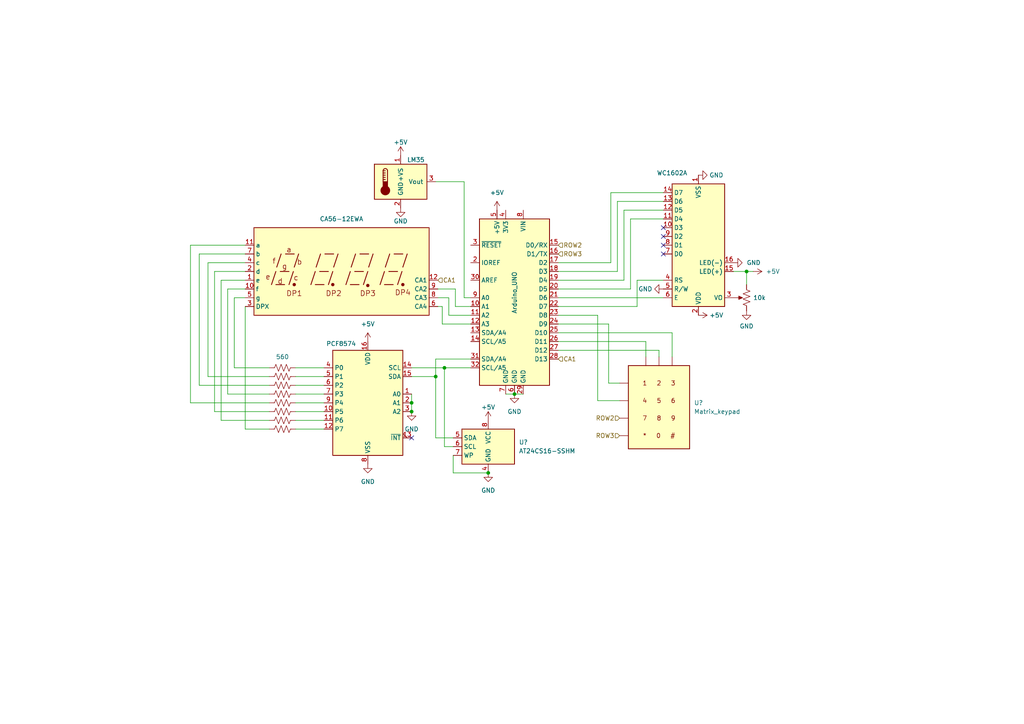
<source format=kicad_sch>
(kicad_sch (version 20211123) (generator eeschema)
  (paper "A4")
  (lib_symbols
    (symbol "+5V_1" (power) (pin_names (offset 0))
      (property "Value" "+5V_1" (at 0 3.556 0))
      (symbol "+5V_1_0_1"
        (polyline (pts (xy -0.762 1.27) (xy 0 2.54)))
        (polyline (pts (xy 0 0) (xy 0 2.54)))
        (polyline (pts (xy 0 2.54) (xy 0.762 1.27)))
      )
      (symbol "+5V_1_1_1"
        (pin power_in line (at 0 0 90) (length 0) hide (name "+5V") (number "1"))
      )
    )
    (symbol "Device:R_Potentiometer_US" (pin_numbers hide) (pin_names (offset 1.016) hide)
      (property "Reference" "RV" (at -4.445 0 90))
      (property "Value" "R_Potentiometer_US" (at -2.54 0 90))
      (symbol "R_Potentiometer_US_0_1"
        (polyline (pts (xy 0 -2.286) (xy 0 -2.54)))
        (polyline (pts (xy 0 2.54) (xy 0 2.286)))
        (polyline (pts (xy 2.54 0) (xy 1.524 0)))
        (polyline (pts (xy 1.143 0) (xy 2.286 0.508) (xy 2.286 -0.508) (xy 1.143 0)) (fill (type outline)))
        (polyline (pts (xy 0 -0.762) (xy 1.016 -1.143) (xy 0 -1.524) (xy -1.016 -1.905) (xy 0 -2.286)))
        (polyline (pts (xy 0 0.762) (xy 1.016 0.381) (xy 0 0) (xy -1.016 -0.381) (xy 0 -0.762)))
        (polyline (pts (xy 0 2.286) (xy 1.016 1.905) (xy 0 1.524) (xy -1.016 1.143) (xy 0 0.762)))
      )
      (symbol "R_Potentiometer_US_1_1"
        (pin passive line (at 0 3.81 270) (length 1.27) (name "1") (number "1"))
        (pin passive line (at 3.81 0 180) (length 1.27) (name "2") (number "2"))
        (pin passive line (at 0 -3.81 90) (length 1.27) (name "3") (number "3"))
      )
    )
    (symbol "Device:R_US" (pin_numbers hide) (pin_names (offset 0))
      (property "Reference" "R" (at 2.54 0 90))
      (property "Value" "R_US" (at -2.54 0 90))
      (symbol "R_US_0_1"
        (polyline (pts (xy 0 -2.286) (xy 0 -2.54)))
        (polyline (pts (xy 0 2.286) (xy 0 2.54)))
        (polyline (pts (xy 0 -0.762) (xy 1.016 -1.143) (xy 0 -1.524) (xy -1.016 -1.905) (xy 0 -2.286)))
        (polyline (pts (xy 0 0.762) (xy 1.016 0.381) (xy 0 0) (xy -1.016 -0.381) (xy 0 -0.762)))
        (polyline (pts (xy 0 2.286) (xy 1.016 1.905) (xy 0 1.524) (xy -1.016 1.143) (xy 0 0.762)))
      )
      (symbol "R_US_1_1"
        (pin passive line (at 0 3.81 270) (length 1.27) (name "~") (number "1"))
        (pin passive line (at 0 -3.81 90) (length 1.27) (name "~") (number "2"))
      )
    )
    (symbol "Display_Character:CA56-12EWA"
      (property "Reference" "U" (at -24.13 13.97 0))
      (property "Value" "CA56-12EWA" (at 19.05 13.97 0))
      (symbol "CA56-12EWA_0_0"
        (rectangle (start -25.4 12.7) (end 25.4 -12.7) (stroke (width 0.254)) (fill (type background)))
        (polyline (pts (xy -20.32 -3.81) (xy -19.05 0)) (stroke (width 0.254)))
        (polyline (pts (xy -19.05 -3.81) (xy -16.51 -3.81)) (stroke (width 0.254)))
        (polyline (pts (xy -18.796 1.27) (xy -17.526 5.08)) (stroke (width 0.254)))
        (polyline (pts (xy -17.78 0) (xy -15.24 0)) (stroke (width 0.254)))
        (polyline (pts (xy -16.256 5.08) (xy -13.716 5.08)) (stroke (width 0.254)))
        (polyline (pts (xy -15.24 -3.81) (xy -13.97 0)) (stroke (width 0.254)))
        (polyline (pts (xy -13.716 1.27) (xy -12.446 5.08)) (stroke (width 0.254)))
        (polyline (pts (xy -8.89 -3.81) (xy -7.62 0)) (stroke (width 0.254)))
        (polyline (pts (xy -7.62 -3.81) (xy -5.08 -3.81)) (stroke (width 0.254)))
        (polyline (pts (xy -7.366 1.27) (xy -6.096 5.08)) (stroke (width 0.254)))
        (polyline (pts (xy -6.35 0) (xy -3.81 0)) (stroke (width 0.254)))
        (polyline (pts (xy -4.826 5.08) (xy -2.286 5.08)) (stroke (width 0.254)))
        (polyline (pts (xy -3.81 -3.81) (xy -2.54 0)) (stroke (width 0.254)))
        (polyline (pts (xy -2.286 1.27) (xy -1.016 5.08)) (stroke (width 0.254)))
        (polyline (pts (xy 1.27 -3.81) (xy 2.54 0)) (stroke (width 0.254)))
        (polyline (pts (xy 2.54 -3.81) (xy 5.08 -3.81)) (stroke (width 0.254)))
        (polyline (pts (xy 2.794 1.27) (xy 4.064 5.08)) (stroke (width 0.254)))
        (polyline (pts (xy 3.81 0) (xy 6.35 0)) (stroke (width 0.254)))
        (polyline (pts (xy 5.334 5.08) (xy 7.874 5.08)) (stroke (width 0.254)))
        (polyline (pts (xy 6.35 -3.81) (xy 7.62 0)) (stroke (width 0.254)))
        (polyline (pts (xy 7.874 1.27) (xy 9.144 5.08)) (stroke (width 0.254)))
        (polyline (pts (xy 11.176 -3.81) (xy 12.446 0)) (stroke (width 0.254)))
        (polyline (pts (xy 12.446 -3.81) (xy 14.986 -3.81)) (stroke (width 0.254)))
        (polyline (pts (xy 12.7 1.27) (xy 13.97 5.08)) (stroke (width 0.254)))
        (polyline (pts (xy 13.716 0) (xy 16.256 0)) (stroke (width 0.254)))
        (polyline (pts (xy 15.24 5.08) (xy 17.78 5.08)) (stroke (width 0.254)))
        (polyline (pts (xy 16.256 -3.81) (xy 17.526 0)) (stroke (width 0.254)))
        (polyline (pts (xy 17.78 1.27) (xy 19.05 5.08)) (stroke (width 0.254)))
        (text "a" (at -15.24 6.35 0) (effects (font (size 1.524 1.524))))
        (text "b" (at -12.192 2.794 0) (effects (font (size 1.524 1.524))))
        (text "c" (at -13.208 -1.778 0) (effects (font (size 1.524 1.524))))
        (text "d" (at -17.78 -2.794 0) (effects (font (size 1.524 1.524))))
        (text "DP1" (at -13.716 -6.35 0) (effects (font (size 1.524 1.524))))
        (text "DP2" (at -2.286 -6.35 0) (effects (font (size 1.524 1.524))))
        (text "DP3" (at 7.62 -6.35 0) (effects (font (size 1.524 1.524))))
        (text "DP4" (at 17.78 -6.096 0) (effects (font (size 1.524 1.524))))
        (text "e" (at -21.336 -1.524 0) (effects (font (size 1.524 1.524))))
        (text "f" (at -19.558 3.048 0) (effects (font (size 1.524 1.524))))
        (text "g" (at -16.51 1.524 0) (effects (font (size 1.524 1.524))))
      )
      (symbol "CA56-12EWA_0_1"
        (circle (center -13.716 -3.81) (radius 0.3556) (stroke (width 0.254)) (fill (type outline)))
        (circle (center -2.54 -3.81) (radius 0.3556) (stroke (width 0.254)) (fill (type outline)))
      )
      (symbol "CA56-12EWA_1_0"
        (circle (center 7.62 -4.064) (radius 0.3556) (stroke (width 0.254)) (fill (type outline)))
        (circle (center 17.78 -3.81) (radius 0.3556) (stroke (width 0.254)) (fill (type outline)))
      )
      (symbol "CA56-12EWA_1_1"
        (pin input line (at -27.94 -2.54 0) (length 2.54) (name "e") (number "1"))
        (pin input line (at -27.94 -5.08 0) (length 2.54) (name "f") (number "10"))
        (pin input line (at -27.94 7.62 0) (length 2.54) (name "a") (number "11"))
        (pin input line (at 27.94 -2.54 180) (length 2.54) (name "CA1") (number "12"))
        (pin input line (at -27.94 0 0) (length 2.54) (name "d") (number "2"))
        (pin input line (at -27.94 -10.16 0) (length 2.54) (name "DPX") (number "3"))
        (pin input line (at -27.94 2.54 0) (length 2.54) (name "c") (number "4"))
        (pin input line (at -27.94 -7.62 0) (length 2.54) (name "g") (number "5"))
        (pin input line (at 27.94 -10.16 180) (length 2.54) (name "CA4") (number "6"))
        (pin input line (at -27.94 5.08 0) (length 2.54) (name "b") (number "7"))
        (pin input line (at 27.94 -7.62 180) (length 2.54) (name "CA3") (number "8"))
        (pin input line (at 27.94 -5.08 180) (length 2.54) (name "CA2") (number "9"))
      )
    )
    (symbol "Display_Character:WC1602A"
      (property "Reference" "DS" (at -5.842 19.05 0))
      (property "Value" "WC1602A" (at 5.334 19.05 0))
      (symbol "WC1602A_1_1"
        (rectangle (start -7.62 17.78) (end 7.62 -17.78) (stroke (width 0.254)) (fill (type background)))
        (pin power_in line (at 0 -20.32 90) (length 2.54) (name "VSS") (number "1"))
        (pin input line (at -10.16 -5.08 0) (length 2.54) (name "D3") (number "10"))
        (pin input line (at -10.16 -7.62 0) (length 2.54) (name "D4") (number "11"))
        (pin input line (at -10.16 -10.16 0) (length 2.54) (name "D5") (number "12"))
        (pin input line (at -10.16 -12.7 0) (length 2.54) (name "D6") (number "13"))
        (pin input line (at -10.16 -15.24 0) (length 2.54) (name "D7") (number "14"))
        (pin power_in line (at 10.16 7.62 180) (length 2.54) (name "LED(+)") (number "15"))
        (pin power_in line (at 10.16 5.08 180) (length 2.54) (name "LED(-)") (number "16"))
        (pin power_in line (at 0 20.32 270) (length 2.54) (name "VDD") (number "2"))
        (pin input line (at 10.16 15.24 180) (length 2.54) (name "VO") (number "3"))
        (pin input line (at -10.16 10.16 0) (length 2.54) (name "RS") (number "4"))
        (pin input line (at -10.16 12.7 0) (length 2.54) (name "R/W") (number "5"))
        (pin input line (at -10.16 15.24 0) (length 2.54) (name "E") (number "6"))
        (pin input line (at -10.16 2.54 0) (length 2.54) (name "D0") (number "7"))
        (pin input line (at -10.16 0 0) (length 2.54) (name "D1") (number "8"))
        (pin input line (at -10.16 -2.54 0) (length 2.54) (name "D2") (number "9"))
      )
    )
    (symbol "GND_1" (power) (pin_names (offset 0))
      (property "Value" "GND_1" (at 0 -3.81 0))
      (symbol "GND_1_0_1"
        (polyline (pts (xy 0 0) (xy 0 -1.27) (xy 1.27 -1.27) (xy 0 -2.54) (xy -1.27 -1.27) (xy 0 -1.27)))
      )
      (symbol "GND_1_1_1"
        (pin power_in line (at 0 0 270) (length 0) hide (name "GND") (number "1"))
      )
    )
    (symbol "GND_2" (power) (pin_names (offset 0))
      (property "Value" "GND_2" (at 0 -3.81 0))
      (symbol "GND_2_0_1"
        (polyline (pts (xy 0 0) (xy 0 -1.27) (xy 1.27 -1.27) (xy 0 -2.54) (xy -1.27 -1.27) (xy 0 -1.27)))
      )
      (symbol "GND_2_1_1"
        (pin power_in line (at 0 0 270) (length 0) hide (name "GND") (number "1"))
      )
    )
    (symbol "GND_3" (power) (pin_names (offset 0))
      (property "Value" "GND_3" (at 0 -3.81 0))
      (symbol "GND_3_0_1"
        (polyline (pts (xy 0 0) (xy 0 -1.27) (xy 1.27 -1.27) (xy 0 -2.54) (xy -1.27 -1.27) (xy 0 -1.27)))
      )
      (symbol "GND_3_1_1"
        (pin power_in line (at 0 0 270) (length 0) hide (name "GND") (number "1"))
      )
    )
    (symbol "Interface_Expansion:PCF8574"
      (property "Reference" "U" (at -8.89 16.51 0))
      (property "Value" "PCF8574" (at 2.54 16.51 0))
      (symbol "PCF8574_0_1"
        (rectangle (start -10.16 15.24) (end 10.16 -15.24) (stroke (width 0.254)) (fill (type background)))
      )
      (symbol "PCF8574_1_1"
        (pin input line (at -12.7 2.54 0) (length 2.54) (name "A0") (number "1"))
        (pin bidirectional line (at 12.7 -2.54 180) (length 2.54) (name "P5") (number "10"))
        (pin bidirectional line (at 12.7 -5.08 180) (length 2.54) (name "P6") (number "11"))
        (pin bidirectional line (at 12.7 -7.62 180) (length 2.54) (name "P7") (number "12"))
        (pin open_collector output_low (at -12.7 -10.16 0) (length 2.54) (name "~{INT}") (number "13"))
        (pin input line (at -12.7 10.16 0) (length 2.54) (name "SCL") (number "14"))
        (pin bidirectional line (at -12.7 7.62 0) (length 2.54) (name "SDA") (number "15"))
        (pin power_in line (at 0 17.78 270) (length 2.54) (name "VDD") (number "16"))
        (pin input line (at -12.7 0 0) (length 2.54) (name "A1") (number "2"))
        (pin input line (at -12.7 -2.54 0) (length 2.54) (name "A2") (number "3"))
        (pin bidirectional line (at 12.7 10.16 180) (length 2.54) (name "P0") (number "4"))
        (pin bidirectional line (at 12.7 7.62 180) (length 2.54) (name "P1") (number "5"))
        (pin bidirectional line (at 12.7 5.08 180) (length 2.54) (name "P2") (number "6"))
        (pin bidirectional line (at 12.7 2.54 180) (length 2.54) (name "P3") (number "7"))
        (pin power_in line (at 0 -17.78 90) (length 2.54) (name "VSS") (number "8"))
        (pin bidirectional line (at 12.7 0 180) (length 2.54) (name "P4") (number "9"))
      )
    )
    (symbol "MCU_Module:Arduino_UNO_R3"
      (property "Reference" "A" (at -10.16 23.495 0))
      (property "Value" "Arduino_UNO_R3" (at 5.08 -26.67 0))
      (symbol "Arduino_UNO_R3_0_1"
        (rectangle (start -10.16 22.86) (end 10.16 -25.4) (stroke (width 0.254)) (fill (type background)))
      )
      (symbol "Arduino_UNO_R3_1_1"
        (pin no_connect line (at -10.16 -20.32 0) (length 2.54) hide (name "NC") (number "1"))
        (pin bidirectional line (at 12.7 -2.54 180) (length 2.54) (name "A1") (number "10"))
        (pin bidirectional line (at 12.7 -5.08 180) (length 2.54) (name "A2") (number "11"))
        (pin bidirectional line (at 12.7 -7.62 180) (length 2.54) (name "A3") (number "12"))
        (pin bidirectional line (at 12.7 -10.16 180) (length 2.54) (name "SDA/A4") (number "13"))
        (pin bidirectional line (at 12.7 -12.7 180) (length 2.54) (name "SCL/A5") (number "14"))
        (pin bidirectional line (at -12.7 15.24 0) (length 2.54) (name "D0/RX") (number "15"))
        (pin bidirectional line (at -12.7 12.7 0) (length 2.54) (name "D1/TX") (number "16"))
        (pin bidirectional line (at -12.7 10.16 0) (length 2.54) (name "D2") (number "17"))
        (pin bidirectional line (at -12.7 7.62 0) (length 2.54) (name "D3") (number "18"))
        (pin bidirectional line (at -12.7 5.08 0) (length 2.54) (name "D4") (number "19"))
        (pin output line (at 12.7 10.16 180) (length 2.54) (name "IOREF") (number "2"))
        (pin bidirectional line (at -12.7 2.54 0) (length 2.54) (name "D5") (number "20"))
        (pin bidirectional line (at -12.7 0 0) (length 2.54) (name "D6") (number "21"))
        (pin bidirectional line (at -12.7 -2.54 0) (length 2.54) (name "D7") (number "22"))
        (pin bidirectional line (at -12.7 -5.08 0) (length 2.54) (name "D8") (number "23"))
        (pin bidirectional line (at -12.7 -7.62 0) (length 2.54) (name "D9") (number "24"))
        (pin bidirectional line (at -12.7 -10.16 0) (length 2.54) (name "D10") (number "25"))
        (pin bidirectional line (at -12.7 -12.7 0) (length 2.54) (name "D11") (number "26"))
        (pin bidirectional line (at -12.7 -15.24 0) (length 2.54) (name "D12") (number "27"))
        (pin bidirectional line (at -12.7 -17.78 0) (length 2.54) (name "D13") (number "28"))
        (pin power_in line (at -2.54 -27.94 90) (length 2.54) (name "GND") (number "29"))
        (pin input line (at 12.7 15.24 180) (length 2.54) (name "~{RESET}") (number "3"))
        (pin input line (at 12.7 5.08 180) (length 2.54) (name "AREF") (number "30"))
        (pin bidirectional line (at 12.7 -17.78 180) (length 2.54) (name "SDA/A4") (number "31"))
        (pin bidirectional line (at 12.7 -20.32 180) (length 2.54) (name "SCL/A5") (number "32"))
        (pin power_out line (at 2.54 25.4 270) (length 2.54) (name "3V3") (number "4"))
        (pin power_out line (at 5.08 25.4 270) (length 2.54) (name "+5V") (number "5"))
        (pin power_in line (at 0 -27.94 90) (length 2.54) (name "GND") (number "6"))
        (pin power_in line (at 2.54 -27.94 90) (length 2.54) (name "GND") (number "7"))
        (pin power_in line (at -2.54 25.4 270) (length 2.54) (name "VIN") (number "8"))
        (pin bidirectional line (at 12.7 0 180) (length 2.54) (name "A0") (number "9"))
      )
    )
    (symbol "Memory_EEPROM:AT24CS16-SSHM"
      (property "Reference" "U" (at -7.62 6.35 0))
      (property "Value" "AT24CS16-SSHM" (at 2.54 -6.35 0))
      (symbol "AT24CS16-SSHM_1_1"
        (rectangle (start -7.62 5.08) (end 7.62 -5.08) (stroke (width 0.254)) (fill (type background)))
        (pin power_in line (at 0 -7.62 90) (length 2.54) (name "GND") (number "4"))
        (pin bidirectional line (at 10.16 2.54 180) (length 2.54) (name "SDA") (number "5"))
        (pin input line (at 10.16 0 180) (length 2.54) (name "SCL") (number "6"))
        (pin input line (at 10.16 -2.54 180) (length 2.54) (name "WP") (number "7"))
        (pin power_in line (at 0 7.62 270) (length 2.54) (name "VCC") (number "8"))
      )
    )
    (symbol "Sensor_Temperature:LM35-NEB" (pin_names (offset 1.016))
      (property "Reference" "U" (at -6.35 6.35 0))
      (property "Value" "LM35-NEB" (at 1.27 6.35 0))
      (symbol "LM35-NEB_0_1"
        (rectangle (start -7.62 5.08) (end 7.62 -5.08) (stroke (width 0.254)) (fill (type background)))
        (circle (center -4.445 -2.54) (radius 1.27) (stroke (width 0.254)) (fill (type outline)))
        (rectangle (start -3.81 -1.905) (end -5.08 0) (stroke (width 0.254)) (fill (type outline)))
        (arc (start -3.81 3.175) (mid -4.445 3.81) (end -5.08 3.175) (stroke (width 0.254)))
        (polyline (pts (xy -5.08 0.635) (xy -4.445 0.635)) (stroke (width 0.254)))
        (polyline (pts (xy -5.08 1.27) (xy -4.445 1.27)) (stroke (width 0.254)))
        (polyline (pts (xy -5.08 1.905) (xy -4.445 1.905)) (stroke (width 0.254)))
        (polyline (pts (xy -5.08 2.54) (xy -4.445 2.54)) (stroke (width 0.254)))
        (polyline (pts (xy -5.08 3.175) (xy -5.08 0)) (stroke (width 0.254)))
        (polyline (pts (xy -5.08 3.175) (xy -4.445 3.175)) (stroke (width 0.254)))
        (polyline (pts (xy -3.81 3.175) (xy -3.81 0)) (stroke (width 0.254)))
      )
      (symbol "LM35-NEB_1_1"
        (pin power_in line (at 0 7.62 270) (length 2.54) (name "+VS") (number "1"))
        (pin power_in line (at 0 -7.62 90) (length 2.54) (name "GND") (number "2"))
        (pin output line (at 10.16 0 180) (length 2.54) (name "Vout") (number "3"))
      )
    )
    (symbol "my_library:Matrix_keypad"
      (property "Reference" "U" (at -8.89 16.51 0))
      (property "Value" "Matrix_keypad" (at -6.35 -12.7 0))
      (symbol "Matrix_keypad_0_0"
        (text "*   0   #" (at 0 -7.62 0) (effects (font (size 1.27 1.27))))
        (text "1   2   3" (at 0 7.62 0) (effects (font (size 1.27 1.27))))
        (text "4   5   6" (at 0 2.54 0) (effects (font (size 1.27 1.27))))
        (text "7   8   9" (at 0 -2.54 0) (effects (font (size 1.27 1.27))))
      )
      (symbol "Matrix_keypad_0_1"
        (rectangle (start -8.89 12.7) (end 8.89 -11.43) (stroke (width 0.254)) (fill (type background)))
      )
      (symbol "Matrix_keypad_1_1"
        (pin input line (at -11.43 -7.62 0) (length 2.54) (name "") (number ""))
        (pin input line (at -11.43 -2.54 0) (length 2.54) (name "") (number ""))
        (pin input line (at -11.43 2.54 0) (length 2.54) (name "") (number ""))
        (pin input line (at -11.43 7.62 0) (length 2.54) (name "") (number ""))
        (pin input line (at -3.81 15.24 270) (length 2.54) (name "") (number ""))
        (pin input line (at 0 15.24 270) (length 2.54) (name "") (number ""))
        (pin input line (at 3.81 15.24 270) (length 2.54) (name "") (number ""))
      )
    )
    (symbol "power:+5V" (power) (pin_names (offset 0))
      (property "Value" "+5V" (at 0 3.556 0))
      (symbol "+5V_0_1"
        (polyline (pts (xy -0.762 1.27) (xy 0 2.54)))
        (polyline (pts (xy 0 0) (xy 0 2.54)))
        (polyline (pts (xy 0 2.54) (xy 0.762 1.27)))
      )
      (symbol "+5V_1_1"
        (pin power_in line (at 0 0 90) (length 0) hide (name "+5V") (number "1"))
      )
    )
    (symbol "power:GND" (power) (pin_names (offset 0))
      (property "Value" "GND" (at 0 -3.81 0))
      (symbol "GND_0_1"
        (polyline (pts (xy 0 0) (xy 0 -1.27) (xy 1.27 -1.27) (xy 0 -2.54) (xy -1.27 -1.27) (xy 0 -1.27)))
      )
      (symbol "GND_1_1"
        (pin power_in line (at 0 0 270) (length 0) hide (name "GND") (number "1"))
      )
    )
  )
  (junction (at 119.38 116.84))
  (junction (at 149.225 114.3))
  (junction (at 141.605 137.16))
  (junction (at 128.905 106.68))
  (junction (at 119.38 119.38))
  (junction (at 216.535 78.74))
  (junction (at 126.365 109.22))
  (no_connect (at 119.38 127))
  (no_connect (at 192.405 71.12))
  (no_connect (at 192.405 68.58))
  (no_connect (at 192.405 66.04))
  (no_connect (at 192.405 73.66))
  (wire (pts (xy 85.725 119.38) (xy 93.98 119.38)))
  (wire (pts (xy 161.925 101.6) (xy 191.135 101.6)))
  (wire (pts (xy 128.27 93.98) (xy 128.27 88.9)))
  (wire (pts (xy 78.105 109.22) (xy 60.325 109.22)))
  (wire (pts (xy 78.105 111.76) (xy 57.785 111.76)))
  (wire (pts (xy 71.12 124.46) (xy 71.12 88.9)))
  (wire (pts (xy 128.905 129.54) (xy 128.905 106.68)))
  (wire (pts (xy 64.135 121.92) (xy 64.135 81.28)))
  (wire (pts (xy 218.44 78.74) (xy 216.535 78.74)))
  (wire (pts (xy 119.38 114.3) (xy 119.38 116.84)))
  (wire (pts (xy 131.445 129.54) (xy 128.905 129.54)))
  (wire (pts (xy 85.725 109.22) (xy 93.98 109.22)))
  (wire (pts (xy 78.105 124.46) (xy 71.12 124.46)))
  (wire (pts (xy 180.975 60.96) (xy 180.975 81.28)))
  (wire (pts (xy 179.705 111.125) (xy 176.53 111.125)))
  (wire (pts (xy 67.945 86.36) (xy 71.12 86.36)))
  (wire (pts (xy 146.685 114.3) (xy 149.225 114.3)))
  (wire (pts (xy 85.725 114.3) (xy 93.98 114.3)))
  (wire (pts (xy 131.445 127) (xy 126.365 127)))
  (wire (pts (xy 161.925 93.98) (xy 176.53 93.98)))
  (wire (pts (xy 85.725 116.84) (xy 93.98 116.84)))
  (wire (pts (xy 126.365 104.14) (xy 136.525 104.14)))
  (wire (pts (xy 60.325 109.22) (xy 60.325 76.2)))
  (wire (pts (xy 136.525 86.36) (xy 134.62 86.36)))
  (wire (pts (xy 128.27 88.9) (xy 127 88.9)))
  (wire (pts (xy 134.62 86.36) (xy 134.62 52.705)))
  (wire (pts (xy 131.445 132.08) (xy 131.445 137.16)))
  (wire (pts (xy 132.08 88.9) (xy 132.08 83.82)))
  (wire (pts (xy 182.88 83.82) (xy 161.925 83.82)))
  (wire (pts (xy 57.785 73.66) (xy 71.12 73.66)))
  (wire (pts (xy 173.355 116.205) (xy 173.355 91.44)))
  (wire (pts (xy 66.04 83.82) (xy 71.12 83.82)))
  (wire (pts (xy 187.325 99.06) (xy 187.325 103.505)))
  (wire (pts (xy 177.165 55.88) (xy 177.165 76.2)))
  (wire (pts (xy 179.07 78.74) (xy 179.07 58.42)))
  (wire (pts (xy 161.925 78.74) (xy 179.07 78.74)))
  (wire (pts (xy 216.535 78.74) (xy 212.725 78.74)))
  (wire (pts (xy 119.38 106.68) (xy 128.905 106.68)))
  (wire (pts (xy 66.04 114.3) (xy 66.04 83.82)))
  (wire (pts (xy 126.365 127) (xy 126.365 109.22)))
  (wire (pts (xy 128.905 106.68) (xy 136.525 106.68)))
  (wire (pts (xy 119.38 109.22) (xy 126.365 109.22)))
  (wire (pts (xy 85.725 106.68) (xy 93.98 106.68)))
  (wire (pts (xy 161.925 99.06) (xy 187.325 99.06)))
  (wire (pts (xy 134.62 52.705) (xy 126.365 52.705)))
  (wire (pts (xy 132.08 83.82) (xy 127 83.82)))
  (wire (pts (xy 62.23 78.74) (xy 71.12 78.74)))
  (wire (pts (xy 85.725 124.46) (xy 93.98 124.46)))
  (wire (pts (xy 62.23 119.38) (xy 62.23 78.74)))
  (wire (pts (xy 136.525 93.98) (xy 128.27 93.98)))
  (wire (pts (xy 64.135 81.28) (xy 71.12 81.28)))
  (wire (pts (xy 85.725 111.76) (xy 93.98 111.76)))
  (wire (pts (xy 192.405 55.88) (xy 177.165 55.88)))
  (wire (pts (xy 161.925 81.28) (xy 180.975 81.28)))
  (wire (pts (xy 161.925 86.36) (xy 192.405 86.36)))
  (wire (pts (xy 184.785 81.28) (xy 184.785 88.9)))
  (wire (pts (xy 130.175 86.36) (xy 130.175 91.44)))
  (wire (pts (xy 126.365 109.22) (xy 126.365 104.14)))
  (wire (pts (xy 173.355 91.44) (xy 161.925 91.44)))
  (wire (pts (xy 130.175 91.44) (xy 136.525 91.44)))
  (wire (pts (xy 55.245 116.84) (xy 55.245 71.12)))
  (wire (pts (xy 216.535 78.74) (xy 216.535 82.55)))
  (wire (pts (xy 173.355 116.205) (xy 179.705 116.205)))
  (wire (pts (xy 184.785 88.9) (xy 161.925 88.9)))
  (wire (pts (xy 55.245 71.12) (xy 71.12 71.12)))
  (wire (pts (xy 192.405 81.28) (xy 184.785 81.28)))
  (wire (pts (xy 161.925 96.52) (xy 194.945 96.52)))
  (wire (pts (xy 149.225 114.3) (xy 151.765 114.3)))
  (wire (pts (xy 191.135 101.6) (xy 191.135 103.505)))
  (wire (pts (xy 176.53 111.125) (xy 176.53 93.98)))
  (wire (pts (xy 182.88 63.5) (xy 182.88 83.82)))
  (wire (pts (xy 131.445 137.16) (xy 141.605 137.16)))
  (wire (pts (xy 78.105 116.84) (xy 55.245 116.84)))
  (wire (pts (xy 194.945 96.52) (xy 194.945 103.505)))
  (wire (pts (xy 192.405 60.96) (xy 180.975 60.96)))
  (wire (pts (xy 161.925 76.2) (xy 177.165 76.2)))
  (wire (pts (xy 182.88 63.5) (xy 192.405 63.5)))
  (wire (pts (xy 127 86.36) (xy 130.175 86.36)))
  (wire (pts (xy 60.325 76.2) (xy 71.12 76.2)))
  (wire (pts (xy 67.945 106.68) (xy 67.945 86.36)))
  (wire (pts (xy 179.07 58.42) (xy 192.405 58.42)))
  (wire (pts (xy 78.105 114.3) (xy 66.04 114.3)))
  (wire (pts (xy 78.105 119.38) (xy 62.23 119.38)))
  (wire (pts (xy 85.725 121.92) (xy 93.98 121.92)))
  (wire (pts (xy 119.38 116.84) (xy 119.38 119.38)))
  (wire (pts (xy 78.105 121.92) (xy 64.135 121.92)))
  (wire (pts (xy 57.785 111.76) (xy 57.785 73.66)))
  (wire (pts (xy 78.105 106.68) (xy 67.945 106.68)))
  (wire (pts (xy 136.525 88.9) (xy 132.08 88.9)))
  (hierarchical_label "ROW2" (shape input) (at 179.705 121.285 180))
  (hierarchical_label "CA1" (shape input) (at 161.925 104.14 0))
  (hierarchical_label "ROW3" (shape input) (at 179.705 126.365 180))
  (hierarchical_label "CA1" (shape input) (at 127 81.28 0))
  (hierarchical_label "ROW2" (shape input) (at 161.925 71.12 0))
  (hierarchical_label "ROW3" (shape input) (at 161.925 73.66 0))
  (symbol (lib_id "Device:R_US") (at 81.915 116.84 90) (unit 1)
    (property "Reference" "R?" (effects hide))
    (property "Value" "R_US" (effects hide))
  )
  (symbol (lib_id "power:GND") (at 202.565 50.8 90) (unit 1)
    (property "Reference" "#PWR?" (effects hide))
    (property "Value" "GND" (at 205.74 50.7999 90) (effects (justify right)))
  )
  (symbol (lib_id "power:GND") (at 116.205 60.325 0) (unit 1)
    (property "Reference" "#PWR?" (effects hide))
    (property "Value" "GND" (at 116.205 64.135 0))
  )
  (symbol (lib_id "Device:R_US") (at 81.915 111.76 90) (unit 1)
    (property "Reference" "R?" (effects hide))
    (property "Value" "R_US" (effects hide))
  )
  (symbol (lib_id "MCU_Module:Arduino_UNO_R3") (at 149.225 86.36 0) (mirror y) (unit 1)
    (property "Reference" "A?" (effects hide))
    (property "Value" "Arduino_UNO" (at 149.225 78.74 90) (effects (justify right)))
    (property "Footprint" "Module:Arduino_UNO_R3" (effects hide))
    (property "Datasheet" "https://www.arduino.cc/en/Main/arduinoBoardUno" (effects hide))
  )
  (symbol (lib_id "Display_Character:WC1602A") (at 202.565 71.12 0) (mirror x) (unit 1)
    (property "Reference" "DS?" (effects hide))
    (property "Value" "WC1602A" (at 190.5 50.165 0) (effects (justify left)))
    (property "Footprint" "Display:WC1602A" (effects hide))
    (property "Datasheet" "http://www.wincomlcd.com/pdf/WC1602A-SFYLYHTC06.pdf" (effects hide))
  )
  (symbol (lib_name "GND_1") (lib_id "power:GND") (at 216.535 90.17 0) (unit 1)
    (property "Reference" "#PWR?" (effects hide))
    (property "Value" "GND" (at 216.535 94.615 0))
  )
  (symbol (lib_name "+5V_1") (lib_id "power:+5V") (at 218.44 78.74 270) (unit 1)
    (property "Reference" "#PWR?" (effects hide))
    (property "Value" "+5V" (at 224.155 78.74 90))
  )
  (symbol (lib_id "Interface_Expansion:PCF8574") (at 106.68 116.84 0) (mirror y) (unit 1)
    (property "Reference" "U?" (effects hide))
    (property "Value" "PCF8574" (at 94.615 99.695 0) (effects (justify right)))
    (property "Datasheet" "http://www.nxp.com/documents/data_sheet/PCF8574_PCF8574A.pdf" (effects hide))
  )
  (symbol (lib_id "power:GND") (at 106.68 134.62 0) (unit 1)
    (property "Reference" "#PWR?" (effects hide))
    (property "Value" "GND" (at 106.68 139.7 0))
  )
  (symbol (lib_name "GND_1") (lib_id "power:GND") (at 212.725 76.2 90) (unit 1)
    (property "Reference" "#PWR?" (effects hide))
    (property "Value" "GND" (at 216.535 76.1999 90) (effects (justify right)))
  )
  (symbol (lib_id "power:+5V") (at 202.565 91.44 270) (unit 1)
    (property "Reference" "#PWR?" (effects hide))
    (property "Value" "+5V" (at 205.74 91.4399 90) (effects (justify left)))
  )
  (symbol (lib_id "power:+5V") (at 106.68 99.06 0) (unit 1)
    (property "Reference" "#PWR?" (effects hide))
    (property "Value" "+5V" (at 106.68 93.98 0))
  )
  (symbol (lib_id "Sensor_Temperature:LM35-NEB") (at 116.205 52.705 0) (unit 1)
    (property "Reference" "U?" (effects hide))
    (property "Value" "LM35" (at 123.19 46.355 0) (effects (justify right)))
    (property "Datasheet" "http://www.ti.com/lit/ds/symlink/lm35.pdf" (effects hide))
  )
  (symbol (lib_id "Memory_EEPROM:AT24CS16-SSHM") (at 141.605 129.54 0) (mirror y) (unit 1)
    (property "Reference" "U?" (at 150.495 128.2699 0) (effects (justify right)))
    (property "Value" "AT24CS16-SSHM" (at 150.495 130.8099 0) (effects (justify right)))
    (property "Footprint" "Package_SO:SOIC-8_3.9x4.9mm_P1.27mm" (effects hide))
    (property "Datasheet" "http://ww1.microchip.com/downloads/en/DeviceDoc/Atmel-8859-SEEPROM-AT24CS16-Datasheet.pdf" (effects hide))
  )
  (symbol (lib_id "Device:R_US") (at 81.915 109.22 90) (unit 1)
    (property "Reference" "R?" (effects hide))
    (property "Value" "R_US" (effects hide))
  )
  (symbol (lib_id "Device:R_US") (at 81.915 124.46 90) (unit 1)
    (property "Reference" "R?" (effects hide))
    (property "Value" "R_US" (effects hide))
  )
  (symbol (lib_id "my_library:Matrix_keypad") (at 191.135 118.745 0) (unit 1)
    (property "Reference" "U?" (at 201.295 116.8399 0) (effects (justify left)))
    (property "Value" "Matrix_keypad" (at 201.295 119.3799 0) (effects (justify left)))
  )
  (symbol (lib_id "power:+5V") (at 116.205 45.085 0) (unit 1)
    (property "Reference" "#PWR?" (effects hide))
    (property "Value" "+5V" (at 116.205 41.275 0))
  )
  (symbol (lib_id "Device:R_US") (at 81.915 114.3 90) (unit 1)
    (property "Reference" "R?" (effects hide))
    (property "Value" "R_US" (effects hide))
  )
  (symbol (lib_name "GND_2") (lib_id "power:GND") (at 192.405 83.82 270) (unit 1)
    (property "Reference" "#PWR?" (effects hide))
    (property "Value" "GND" (at 189.23 83.82 90) (effects (justify right)))
  )
  (symbol (lib_id "Device:R_US") (at 81.915 106.68 90) (unit 1)
    (property "Reference" "R?" (effects hide))
    (property "Value" "560" (at 81.915 103.505 90))
  )
  (symbol (lib_id "Display_Character:CA56-12EWA") (at 99.06 78.74 0) (unit 1)
    (property "Reference" "U?" (effects hide))
    (property "Value" "CA56-12EWA" (at 99.06 63.5 0))
    (property "Footprint" "Display_7Segment:CA56-12EWA" (effects hide))
    (property "Datasheet" "http://www.kingbrightusa.com/images/catalog/SPEC/CA56-12EWA.pdf" (effects hide))
  )
  (symbol (lib_name "GND_3") (lib_id "power:GND") (at 119.38 119.38 0) (unit 1)
    (property "Reference" "#PWR?" (effects hide))
    (property "Value" "GND" (at 119.38 124.46 0))
  )
  (symbol (lib_id "power:+5V") (at 144.145 60.96 0) (unit 1)
    (property "Reference" "#PWR?" (effects hide))
    (property "Value" "+5V" (at 144.145 55.88 0))
  )
  (symbol (lib_id "Device:R_US") (at 81.915 119.38 90) (unit 1)
    (property "Reference" "R?" (effects hide))
    (property "Value" "R_US" (effects hide))
  )
  (symbol (lib_id "Device:R_US") (at 81.915 121.92 90) (unit 1)
    (property "Reference" "R?" (effects hide))
    (property "Value" "R_US" (effects hide))
  )
  (symbol (lib_id "power:+5V") (at 141.605 121.92 0) (unit 1)
    (property "Reference" "#PWR?" (effects hide))
    (property "Value" "+5V" (at 141.605 118.11 0))
  )
  (symbol (lib_id "Device:R_Potentiometer_US") (at 216.535 86.36 180) (unit 1)
    (property "Reference" "RV?" (effects hide))
    (property "Value" "10k" (at 218.44 86.36 0) (effects (justify right)))
  )
  (symbol (lib_id "power:GND") (at 149.225 114.3 0) (unit 1)
    (property "Reference" "#PWR?" (effects hide))
    (property "Value" "GND" (at 149.225 119.38 0))
  )
  (symbol (lib_id "power:GND") (at 141.605 137.16 0) (unit 1)
    (property "Reference" "#PWR?" (effects hide))
    (property "Value" "GND" (at 141.605 142.24 0))
  )
)
</source>
